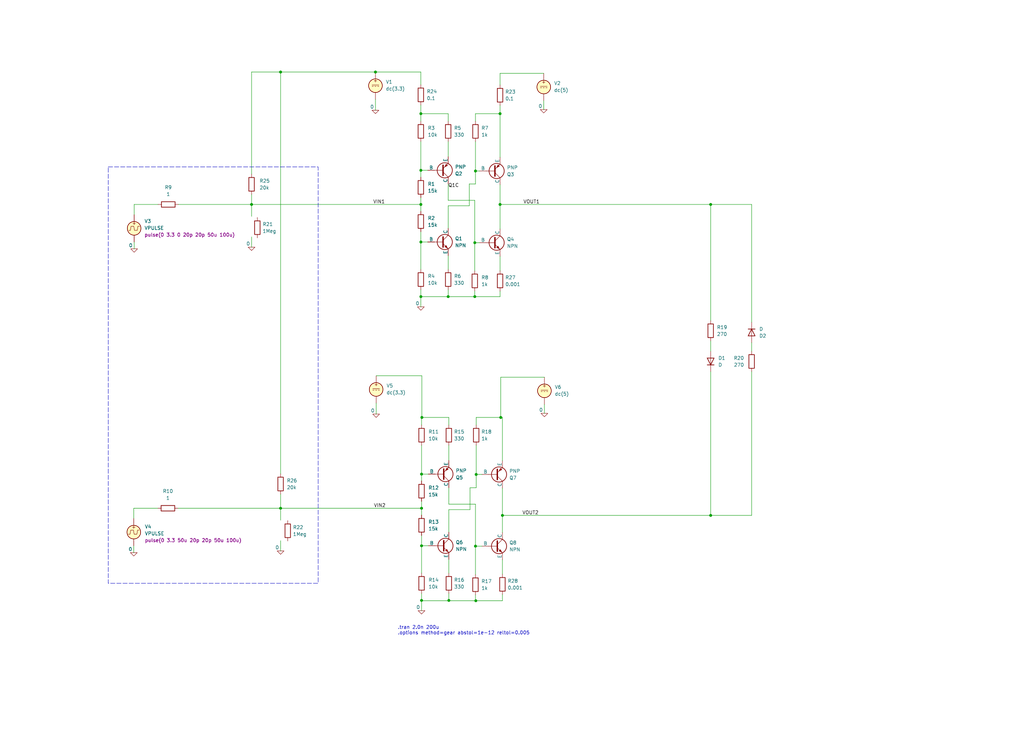
<source format=kicad_sch>
(kicad_sch (version 20230121) (generator eeschema)
  (paper "User" 381 279.4)
  (lib_symbols
    (symbol "Device:R" (pin_numbers hide) (pin_names (offset 0))
      (property "Reference" "R" (at 2.032 0 90))
      (property "Value" "R" (at 0 0 90))
      (symbol "R_0_1"
        (rectangle (start -1.016 -2.54) (end 1.016 2.54) (stroke (width 0.254)))
      )
      (symbol "R_1_1"
        (pin passive line (at 0 3.81 270) (length 1.27) (name "~") (number "1"))
        (pin passive line (at 0 -3.81 90) (length 1.27) (name "~") (number "2"))
      )
    )
    (symbol "Simulation_SPICE:0" (power) (pin_names (offset 0))
      (property "Value" "0" (at 0 -1.778 0))
      (symbol "0_0_1"
        (polyline (pts (xy -1.27 0) (xy 0 -1.27) (xy 1.27 0) (xy -1.27 0)))
      )
      (symbol "0_1_1"
        (pin power_in line (at 0 0 0) (length 0) hide (name "0") (number "1"))
      )
    )
    (symbol "Simulation_SPICE:D" (pin_numbers hide) (pin_names (offset 1.016) hide)
      (property "Reference" "D" (at 0 2.54 0))
      (property "Value" "D" (at 0 -2.54 0))
      (property "Sim.Device" "D" (at 0 0 0))
      (property "Sim.Pins" "1=K 2=A" (at 0 0 0))
      (symbol "D_0_1"
        (polyline (pts (xy -1.27 1.27) (xy -1.27 -1.27)) (stroke (width 0.254)))
        (polyline (pts (xy 1.27 0) (xy -1.27 0)))
        (polyline (pts (xy 1.27 1.27) (xy 1.27 -1.27) (xy -1.27 0) (xy 1.27 1.27)) (stroke (width 0.254)))
      )
      (symbol "D_1_1"
        (pin passive line (at -3.81 0 0) (length 2.54) (name "K") (number "1"))
        (pin passive line (at 3.81 0 180) (length 2.54) (name "A") (number "2"))
      )
    )
    (symbol "Simulation_SPICE:NPN" (pin_numbers hide) (pin_names (offset 0))
      (property "Reference" "Q" (at -2.54 7.62 0))
      (property "Value" "NPN" (at -2.54 5.08 0))
      (symbol "NPN_0_1"
        (polyline (pts (xy -2.54 0) (xy 0.635 0)) (stroke (width 0.1524)))
        (polyline (pts (xy 0.635 0.635) (xy 2.54 2.54)))
        (polyline (pts (xy 2.794 -1.27) (xy 2.794 -1.27)) (stroke (width 0.1524)))
        (polyline (pts (xy 2.794 -1.27) (xy 2.794 -1.27)) (stroke (width 0.1524)))
        (polyline (pts (xy 0.635 -0.635) (xy 2.54 -2.54) (xy 2.54 -2.54)))
        (polyline (pts (xy 0.635 1.905) (xy 0.635 -1.905) (xy 0.635 -1.905)) (stroke (width 0.508)))
        (polyline (pts (xy 1.27 -1.778) (xy 1.778 -1.27) (xy 2.286 -2.286) (xy 1.27 -1.778) (xy 1.27 -1.778)) (fill (type outline)))
        (circle (center 1.27 0) (radius 2.8194) (stroke (width 0.254)))
      )
      (symbol "NPN_1_1"
        (pin open_collector line (at 2.54 5.08 270) (length 2.54) (name "C") (number "1"))
        (pin input line (at -5.08 0 0) (length 2.54) (name "B") (number "2"))
        (pin open_emitter line (at 2.54 -5.08 90) (length 2.54) (name "E") (number "3"))
      )
    )
    (symbol "Simulation_SPICE:PNP" (pin_numbers hide) (pin_names (offset 0))
      (property "Reference" "Q" (at -2.54 7.62 0))
      (property "Value" "PNP" (at -2.54 5.08 0))
      (symbol "PNP_0_1"
        (polyline (pts (xy -2.54 0) (xy 0.635 0)) (stroke (width 0.1524)))
        (polyline (pts (xy 0.635 0.635) (xy 2.54 2.54)))
        (polyline (pts (xy 0.635 -0.635) (xy 2.54 -2.54) (xy 2.54 -2.54)))
        (polyline (pts (xy 0.635 1.905) (xy 0.635 -1.905) (xy 0.635 -1.905)) (stroke (width 0.508)))
        (polyline (pts (xy 2.286 -1.778) (xy 1.778 -2.286) (xy 1.27 -1.27) (xy 2.286 -1.778) (xy 2.286 -1.778)) (fill (type outline)))
        (circle (center 1.27 0) (radius 2.8194) (stroke (width 0.254)))
      )
      (symbol "PNP_1_1"
        (pin open_collector line (at 2.54 5.08 270) (length 2.54) (name "C") (number "1"))
        (pin input line (at -5.08 0 0) (length 2.54) (name "B") (number "2"))
        (pin open_emitter line (at 2.54 -5.08 90) (length 2.54) (name "E") (number "3"))
      )
    )
    (symbol "Simulation_SPICE:VDC" (pin_numbers hide) (pin_names (offset 0.0254))
      (property "Reference" "V" (at 2.54 2.54 0))
      (property "Value" "1" (at 2.54 0 0))
      (symbol "VDC_0_0"
        (polyline (pts (xy -1.27 0.254) (xy 1.27 0.254)))
        (polyline (pts (xy -0.762 -0.254) (xy -1.27 -0.254)))
        (polyline (pts (xy 0.254 -0.254) (xy -0.254 -0.254)))
        (polyline (pts (xy 1.27 -0.254) (xy 0.762 -0.254)))
        (text "+" (at 0 1.905 0) (effects (font (size 1.27 1.27))))
      )
      (symbol "VDC_0_1"
        (circle (center 0 0) (radius 2.54) (stroke (width 0.254)) (fill (type background)))
      )
      (symbol "VDC_1_1"
        (pin passive line (at 0 5.08 270) (length 2.54) (name "~") (number "1"))
        (pin passive line (at 0 -5.08 90) (length 2.54) (name "~") (number "2"))
      )
    )
    (symbol "Simulation_SPICE:VPULSE" (pin_numbers hide) (pin_names (offset 0.0254))
      (property "Reference" "V" (at 2.54 2.54 0))
      (property "Value" "VPULSE" (at 2.54 0 0))
      (property "Sim.Params" "y1=0 y2=1 td=2n tr=2n tf=2n tw=50n per=100n" (at 2.54 -2.54 0))
      (symbol "VPULSE_0_0"
        (polyline (pts (xy -2.032 -0.762) (xy -1.397 -0.762) (xy -1.143 0.762) (xy -0.127 0.762) (xy 0.127 -0.762) (xy 1.143 -0.762) (xy 1.397 0.762) (xy 2.032 0.762)))
        (text "+" (at 0 1.905 0) (effects (font (size 1.27 1.27))))
      )
      (symbol "VPULSE_0_1"
        (circle (center 0 0) (radius 2.54) (stroke (width 0.254)) (fill (type background)))
      )
      (symbol "VPULSE_1_1"
        (pin passive line (at 0 5.08 270) (length 2.54) (name "~") (number "1"))
        (pin passive line (at 0 -5.08 90) (length 2.54) (name "~") (number "2"))
      )
    )
  )
  (junction (at 156.845 223.393))
  (junction (at 93.599 76.073))
  (junction (at 264.414 191.77))
  (junction (at 176.657 110.363))
  (junction (at 156.591 63.373))
  (junction (at 186.055 76.073))
  (junction (at 156.845 176.403))
  (junction (at 156.591 76.073))
  (junction (at 156.845 189.103))
  (junction (at 139.7 26.797))
  (junction (at 264.414 76.073))
  (junction (at 104.394 189.103))
  (junction (at 166.751 110.363))
  (junction (at 167.005 223.393))
  (junction (at 156.591 110.363))
  (junction (at 186.309 155.321))
  (junction (at 176.911 63.627))
  (junction (at 176.911 203.2))
  (junction (at 104.394 26.797))
  (junction (at 177.038 223.52))
  (junction (at 156.591 90.043))
  (junction (at 176.657 90.297))
  (junction (at 156.591 42.291))
  (junction (at 186.055 42.291))
  (junction (at 156.972 155.321))
  (junction (at 156.845 203.073))
  (junction (at 177.165 176.53))
  (junction (at 186.944 191.77))
  (wire (pts (xy 186.055 39.243) (xy 186.055 42.291)))
  (wire (pts (xy 156.591 52.705) (xy 156.591 63.373)))
  (wire (pts (xy 93.599 26.797) (xy 104.394 26.797)))
  (wire (pts (xy 279.654 138.303) (xy 279.654 191.77)))
  (wire (pts (xy 156.972 139.827) (xy 156.972 155.321)))
  (wire (pts (xy 104.394 189.103) (xy 104.394 193.548)))
  (wire (pts (xy 186.055 108.331) (xy 186.055 110.363)))
  (wire (pts (xy 156.845 176.403) (xy 156.845 178.943)))
  (wire (pts (xy 186.944 191.77) (xy 264.414 191.77)))
  (wire (pts (xy 156.591 39.116) (xy 156.591 42.291)))
  (wire (pts (xy 49.784 189.103) (xy 49.784 192.913)))
  (wire (pts (xy 186.309 140.335) (xy 202.565 140.335)))
  (wire (pts (xy 156.591 86.233) (xy 156.591 90.043)))
  (wire (pts (xy 176.911 203.2) (xy 176.911 213.741)))
  (wire (pts (xy 166.751 45.085) (xy 166.751 42.291)))
  (wire (pts (xy 177.165 158.115) (xy 177.165 155.321)))
  (wire (pts (xy 156.845 220.853) (xy 156.845 223.393)))
  (wire (pts (xy 174.625 76.581) (xy 174.625 68.453)))
  (wire (pts (xy 186.944 155.321) (xy 186.944 171.45)))
  (wire (pts (xy 279.654 127.508) (xy 279.654 130.683)))
  (wire (pts (xy 49.911 90.043) (xy 49.911 92.583)))
  (wire (pts (xy 139.7 26.797) (xy 156.591 26.797)))
  (wire (pts (xy 156.845 203.073) (xy 156.845 213.233)))
  (wire (pts (xy 186.944 181.61) (xy 186.944 191.77)))
  (wire (pts (xy 156.845 176.403) (xy 159.385 176.403)))
  (wire (pts (xy 176.911 221.361) (xy 176.911 223.393)))
  (wire (pts (xy 186.944 208.28) (xy 186.944 213.614)))
  (wire (pts (xy 156.591 63.373) (xy 156.591 65.913)))
  (wire (pts (xy 176.657 74.549) (xy 176.657 90.297)))
  (wire (pts (xy 167.005 158.115) (xy 167.005 155.321)))
  (wire (pts (xy 156.845 203.073) (xy 159.385 203.073)))
  (wire (pts (xy 93.599 72.39) (xy 93.599 76.073)))
  (wire (pts (xy 66.294 189.103) (xy 104.394 189.103)))
  (wire (pts (xy 156.845 199.263) (xy 156.845 203.073)))
  (wire (pts (xy 139.954 149.987) (xy 139.954 154.051)))
  (wire (pts (xy 186.944 223.52) (xy 186.944 221.234)))
  (wire (pts (xy 93.599 76.073) (xy 93.599 80.518)))
  (wire (pts (xy 156.591 90.043) (xy 159.131 90.043)))
  (wire (pts (xy 167.132 223.52) (xy 167.132 223.393)))
  (wire (pts (xy 104.394 26.797) (xy 139.7 26.797)))
  (wire (pts (xy 176.911 52.705) (xy 176.911 63.627)))
  (wire (pts (xy 176.657 108.331) (xy 176.657 110.363)))
  (wire (pts (xy 166.751 110.363) (xy 166.751 107.823)))
  (wire (pts (xy 166.878 223.393) (xy 167.005 223.393)))
  (wire (pts (xy 166.751 76.581) (xy 166.751 84.963)))
  (wire (pts (xy 202.311 37.465) (xy 202.311 40.767)))
  (wire (pts (xy 156.845 155.321) (xy 156.845 158.115)))
  (wire (pts (xy 93.599 26.797) (xy 93.599 64.77)))
  (wire (pts (xy 167.005 189.611) (xy 167.005 197.993)))
  (wire (pts (xy 156.591 76.073) (xy 156.591 78.613)))
  (wire (pts (xy 176.911 203.2) (xy 179.324 203.2)))
  (wire (pts (xy 156.718 223.52) (xy 156.718 223.393)))
  (wire (pts (xy 156.591 90.043) (xy 156.591 100.203)))
  (wire (pts (xy 264.414 76.073) (xy 264.414 119.253)))
  (wire (pts (xy 156.591 110.363) (xy 156.591 114.173)))
  (wire (pts (xy 186.055 76.073) (xy 186.055 85.217)))
  (wire (pts (xy 156.718 223.393) (xy 156.845 223.393)))
  (wire (pts (xy 156.591 42.291) (xy 166.751 42.291)))
  (wire (pts (xy 167.005 189.611) (xy 174.879 189.611)))
  (wire (pts (xy 186.055 27.305) (xy 186.055 31.623)))
  (wire (pts (xy 156.591 63.373) (xy 159.131 63.373)))
  (wire (pts (xy 166.751 76.581) (xy 174.625 76.581)))
  (wire (pts (xy 104.394 26.797) (xy 104.394 176.276)))
  (wire (pts (xy 104.394 183.896) (xy 104.394 189.103)))
  (wire (pts (xy 104.394 201.168) (xy 104.394 204.978)))
  (wire (pts (xy 186.944 155.321) (xy 186.309 155.321)))
  (wire (pts (xy 176.911 63.627) (xy 178.435 63.627)))
  (wire (pts (xy 167.005 223.393) (xy 167.005 220.853)))
  (wire (pts (xy 166.878 223.52) (xy 166.878 223.393)))
  (wire (pts (xy 177.165 176.53) (xy 179.324 176.53)))
  (wire (pts (xy 166.751 68.453) (xy 166.751 74.549)))
  (wire (pts (xy 176.911 63.627) (xy 176.911 68.453)))
  (wire (pts (xy 156.591 26.797) (xy 156.591 31.496)))
  (wire (pts (xy 93.599 88.138) (xy 93.599 91.948)))
  (wire (pts (xy 49.911 79.883) (xy 49.911 76.073)))
  (wire (pts (xy 156.591 107.823) (xy 156.591 110.363)))
  (wire (pts (xy 174.625 68.453) (xy 176.911 68.453)))
  (wire (pts (xy 174.879 189.611) (xy 174.879 181.483)))
  (wire (pts (xy 156.845 189.103) (xy 156.845 191.643)))
  (wire (pts (xy 156.972 155.321) (xy 167.005 155.321)))
  (wire (pts (xy 167.005 187.579) (xy 176.911 187.579)))
  (wire (pts (xy 186.055 68.707) (xy 186.055 76.073)))
  (wire (pts (xy 166.751 52.705) (xy 166.751 58.293)))
  (wire (pts (xy 186.055 27.305) (xy 202.311 27.305)))
  (wire (pts (xy 166.751 95.123) (xy 166.751 100.203)))
  (wire (pts (xy 156.845 165.735) (xy 156.845 176.403)))
  (wire (pts (xy 156.591 42.291) (xy 156.591 45.085)))
  (wire (pts (xy 156.845 186.563) (xy 156.845 189.103)))
  (wire (pts (xy 176.657 110.363) (xy 186.055 110.363)))
  (wire (pts (xy 104.394 189.103) (xy 156.845 189.103)))
  (wire (pts (xy 156.718 223.52) (xy 166.878 223.52)))
  (wire (pts (xy 186.055 42.291) (xy 186.055 58.547)))
  (wire (pts (xy 176.911 187.579) (xy 176.911 203.2)))
  (wire (pts (xy 177.038 223.52) (xy 177.038 223.393)))
  (wire (pts (xy 186.055 76.073) (xy 264.414 76.073)))
  (wire (pts (xy 49.784 203.073) (xy 49.784 205.613)))
  (wire (pts (xy 186.944 191.77) (xy 186.944 198.12)))
  (wire (pts (xy 186.055 95.377) (xy 186.055 100.711)))
  (wire (pts (xy 177.038 223.393) (xy 176.911 223.393)))
  (wire (pts (xy 264.414 191.77) (xy 279.654 191.77)))
  (wire (pts (xy 166.751 74.549) (xy 176.657 74.549)))
  (wire (pts (xy 156.972 155.321) (xy 156.845 155.321)))
  (wire (pts (xy 176.657 110.363) (xy 166.751 110.363)))
  (wire (pts (xy 186.309 155.321) (xy 186.309 140.335)))
  (wire (pts (xy 176.657 90.297) (xy 176.657 100.711)))
  (wire (pts (xy 177.165 176.53) (xy 177.165 181.483)))
  (wire (pts (xy 174.879 181.483) (xy 177.165 181.483)))
  (wire (pts (xy 167.005 208.153) (xy 167.005 213.233)))
  (wire (pts (xy 202.565 150.495) (xy 202.565 153.797)))
  (wire (pts (xy 264.414 138.303) (xy 264.414 191.77)))
  (wire (pts (xy 66.421 76.073) (xy 93.599 76.073)))
  (wire (pts (xy 177.165 165.735) (xy 177.165 176.53)))
  (wire (pts (xy 177.165 155.321) (xy 186.309 155.321)))
  (wire (pts (xy 49.911 76.073) (xy 58.801 76.073)))
  (wire (pts (xy 156.591 73.533) (xy 156.591 76.073)))
  (wire (pts (xy 264.414 126.873) (xy 264.414 130.683)))
  (wire (pts (xy 176.911 45.085) (xy 176.911 42.291)))
  (wire (pts (xy 264.414 76.073) (xy 279.654 76.073)))
  (wire (pts (xy 167.132 223.393) (xy 167.005 223.393)))
  (wire (pts (xy 156.845 223.393) (xy 156.845 227.203)))
  (wire (pts (xy 176.911 42.291) (xy 186.055 42.291)))
  (wire (pts (xy 177.038 223.52) (xy 186.944 223.52)))
  (wire (pts (xy 186.563 191.77) (xy 186.944 191.77)))
  (wire (pts (xy 93.599 76.073) (xy 156.591 76.073)))
  (wire (pts (xy 156.591 110.363) (xy 166.751 110.363)))
  (wire (pts (xy 49.784 189.103) (xy 58.674 189.103)))
  (wire (pts (xy 139.954 139.827) (xy 156.972 139.827)))
  (wire (pts (xy 139.7 36.957) (xy 139.7 41.021)))
  (wire (pts (xy 279.654 119.888) (xy 279.654 76.073)))
  (wire (pts (xy 167.005 165.735) (xy 167.005 171.323)))
  (wire (pts (xy 167.005 181.483) (xy 167.005 187.579)))
  (wire (pts (xy 177.038 223.52) (xy 167.132 223.52)))
  (wire (pts (xy 176.657 90.297) (xy 178.435 90.297)))
  (rectangle (start 40.259 62.103) (end 118.364 217.043) (stroke (width 0) (type dash)))
  (text ".tran 2.0n 200u\n.options method=gear abstol=1e-12 reltol=0.005" (at 147.955 236.347 0) (effects (font (size 1.27 1.27)) (justify left bottom)))
  (label "VOUT1" (at 194.691 76.073 0))
  (label "VIN2" (at 139.065 189.103 0))
  (label "VIN1" (at 138.811 76.073 0))
  (label "Q1C" (at 166.751 69.977 0))
  (label "VOUT2" (at 194.31 191.77 0))
  (symbol (lib_id "Device:R") (at 62.611 76.073 90) (unit 1)
    (property "Reference" "R9" (at 62.611 69.723 90))
    (property "Value" "1" (at 62.611 72.263 90))
  )
  (symbol (lib_id "Device:R") (at 167.005 217.043 0) (unit 1)
    (property "Reference" "R16" (at 168.91 215.773 0) (effects (justify left)))
    (property "Value" "330" (at 168.91 218.313 0) (effects (justify left)))
  )
  (symbol (lib_id "Simulation_SPICE:0") (at 156.845 227.203 0) (unit 1)
    (property "Reference" "#GND07" (effects hide))
    (property "Value" "0" (at 155.575 225.933 0))
  )
  (symbol (lib_id "Device:R") (at 156.845 182.753 0) (unit 1)
    (property "Reference" "R12" (at 159.385 181.483 0) (effects (justify left)))
    (property "Value" "15k" (at 159.385 184.023 0) (effects (justify left)))
  )
  (symbol (lib_id "Simulation_SPICE:VDC") (at 139.7 31.877 0) (unit 1)
    (property "Reference" "V1" (at 143.51 30.4772 0) (effects (justify left)))
    (property "Value" "dc(3.3)" (at 143.51 33.0172 0) (effects (justify left)))
    (property "Sim.Pins" "1=+ 2=-" (effects hide))
    (property "Sim.Type" "DC" (effects hide))
    (property "Sim.Device" "V" (effects hide))
  )
  (symbol (lib_id "Simulation_SPICE:0") (at 202.311 40.767 0) (unit 1)
    (property "Reference" "#GND03" (effects hide))
    (property "Value" "0" (at 201.041 39.497 0))
  )
  (symbol (lib_id "Simulation_SPICE:0") (at 202.565 153.797 0) (unit 1)
    (property "Reference" "#GND08" (effects hide))
    (property "Value" "0" (at 201.295 152.527 0))
  )
  (symbol (lib_id "Device:R") (at 107.061 197.485 0) (unit 1)
    (property "Reference" "R22" (at 108.966 196.215 0) (effects (justify left)))
    (property "Value" "1Meg" (at 108.966 198.755 0) (effects (justify left)))
  )
  (symbol (lib_id "Simulation_SPICE:0") (at 104.394 204.978 0) (unit 1)
    (property "Reference" "#GND010" (effects hide))
    (property "Value" "0" (at 103.124 203.708 0))
  )
  (symbol (lib_id "Device:R") (at 186.055 104.521 0) (unit 1)
    (property "Reference" "R27" (at 187.96 103.251 0) (effects (justify left)))
    (property "Value" "0.001" (at 187.96 105.791 0) (effects (justify left)))
  )
  (symbol (lib_id "Simulation_SPICE:VPULSE") (at 49.784 197.993 0) (unit 1)
    (property "Reference" "V4" (at 53.848 195.9582 0) (effects (justify left)))
    (property "Value" "VPULSE" (at 53.848 198.4982 0) (effects (justify left)))
    (property "Sim.Pins" "1=+ 2=-" (effects hide))
    (property "Sim.Type" "PULSE" (effects hide))
    (property "Sim.Device" "V" (effects hide))
    (property "Sim.Params" "pulse(0 3.3 50u 20p 20p 50u 100u)" (at 53.848 201.0382 0) (effects (justify left)))
  )
  (symbol (lib_id "Simulation_SPICE:0") (at 49.911 92.583 0) (unit 1)
    (property "Reference" "#GND04" (effects hide))
    (property "Value" "0" (at 48.641 91.313 0))
  )
  (symbol (lib_id "Device:R") (at 176.911 217.551 0) (unit 1)
    (property "Reference" "R17" (at 179.07 216.281 0) (effects (justify left)))
    (property "Value" "1k" (at 179.07 218.821 0) (effects (justify left)))
  )
  (symbol (lib_id "Device:R") (at 186.944 217.424 0) (unit 1)
    (property "Reference" "R28" (at 188.849 216.154 0) (effects (justify left)))
    (property "Value" "0.001" (at 188.849 218.694 0) (effects (justify left)))
  )
  (symbol (lib_id "Simulation_SPICE:0") (at 139.954 154.051 0) (unit 1)
    (property "Reference" "#GND06" (effects hide))
    (property "Value" "0" (at 138.684 152.781 0))
  )
  (symbol (lib_id "Device:R") (at 186.055 35.433 0) (unit 1)
    (property "Reference" "R23" (at 187.96 34.163 0) (effects (justify left)))
    (property "Value" "0.1" (at 187.96 36.703 0) (effects (justify left)))
  )
  (symbol (lib_id "Simulation_SPICE:0") (at 156.591 114.173 0) (unit 1)
    (property "Reference" "#GND02" (effects hide))
    (property "Value" "0" (at 155.321 112.903 0))
  )
  (symbol (lib_id "Simulation_SPICE:NPN") (at 164.211 90.043 0) (unit 1)
    (property "Reference" "Q1" (at 169.291 88.773 0) (effects (justify left)))
    (property "Value" "NPN" (at 169.291 91.313 0) (effects (justify left)))
    (property "Sim.Device" "NPN" (effects hide))
    (property "Sim.Type" "GUMMELPOON" (effects hide))
    (property "Sim.Pins" "1=C 2=B 3=E" (effects hide))
  )
  (symbol (lib_id "Simulation_SPICE:VDC") (at 202.311 32.385 0) (unit 1)
    (property "Reference" "V2" (at 206.121 30.9852 0) (effects (justify left)))
    (property "Value" "dc(5)" (at 206.121 33.5252 0) (effects (justify left)))
    (property "Sim.Pins" "1=+ 2=-" (effects hide))
    (property "Sim.Type" "DC" (effects hide))
    (property "Sim.Device" "V" (effects hide))
  )
  (symbol (lib_id "Device:R") (at 176.657 104.521 0) (unit 1)
    (property "Reference" "R8" (at 179.07 103.251 0) (effects (justify left)))
    (property "Value" "1k" (at 179.07 105.791 0) (effects (justify left)))
  )
  (symbol (lib_id "Simulation_SPICE:VDC") (at 202.565 145.415 0) (unit 1)
    (property "Reference" "V6" (at 206.375 144.0152 0) (effects (justify left)))
    (property "Value" "dc(5)" (at 206.375 146.5552 0) (effects (justify left)))
    (property "Sim.Pins" "1=+ 2=-" (effects hide))
    (property "Sim.Type" "DC" (effects hide))
    (property "Sim.Device" "V" (effects hide))
  )
  (symbol (lib_id "Device:R") (at 264.414 123.063 0) (unit 1)
    (property "Reference" "R19" (at 266.7 121.793 0) (effects (justify left)))
    (property "Value" "270" (at 266.7 124.333 0) (effects (justify left)))
  )
  (symbol (lib_id "Device:R") (at 156.591 82.423 0) (unit 1)
    (property "Reference" "R2" (at 159.131 81.153 0) (effects (justify left)))
    (property "Value" "15k" (at 159.131 83.693 0) (effects (justify left)))
  )
  (symbol (lib_id "Simulation_SPICE:NPN") (at 164.465 203.073 0) (unit 1)
    (property "Reference" "Q6" (at 169.545 201.803 0) (effects (justify left)))
    (property "Value" "NPN" (at 169.545 204.343 0) (effects (justify left)))
    (property "Sim.Device" "NPN" (effects hide))
    (property "Sim.Type" "GUMMELPOON" (effects hide))
    (property "Sim.Pins" "1=C 2=B 3=E" (effects hide))
  )
  (symbol (lib_id "Device:R") (at 156.591 69.723 0) (unit 1)
    (property "Reference" "R1" (at 159.131 68.453 0) (effects (justify left)))
    (property "Value" "15k" (at 159.131 70.993 0) (effects (justify left)))
  )
  (symbol (lib_id "Simulation_SPICE:0") (at 93.599 91.948 0) (unit 1)
    (property "Reference" "#GND09" (effects hide))
    (property "Value" "0" (at 92.329 90.678 0))
  )
  (symbol (lib_id "Device:R") (at 104.394 180.086 0) (unit 1)
    (property "Reference" "R26" (at 106.68 178.816 0) (effects (justify left)))
    (property "Value" "20k" (at 106.68 181.356 0) (effects (justify left)))
  )
  (symbol (lib_id "Device:R") (at 167.005 161.925 0) (unit 1)
    (property "Reference" "R15" (at 168.91 160.655 0) (effects (justify left)))
    (property "Value" "330" (at 168.91 163.195 0) (effects (justify left)))
  )
  (symbol (lib_id "Device:R") (at 177.165 161.925 0) (unit 1)
    (property "Reference" "R18" (at 179.07 160.655 0) (effects (justify left)))
    (property "Value" "1k" (at 179.07 163.195 0) (effects (justify left)))
  )
  (symbol (lib_id "Device:R") (at 93.599 68.58 0) (unit 1)
    (property "Reference" "R25" (at 96.52 67.31 0) (effects (justify left)))
    (property "Value" "20k" (at 96.52 69.85 0) (effects (justify left)))
  )
  (symbol (lib_id "Device:R") (at 156.845 217.043 0) (unit 1)
    (property "Reference" "R14" (at 159.385 215.773 0) (effects (justify left)))
    (property "Value" "10k" (at 159.385 218.313 0) (effects (justify left)))
  )
  (symbol (lib_id "Simulation_SPICE:PNP") (at 164.211 63.373 0) (mirror x) (unit 1)
    (property "Reference" "Q2" (at 169.291 64.643 0) (effects (justify left)))
    (property "Value" "PNP" (at 169.291 62.103 0) (effects (justify left)))
    (property "Sim.Device" "PNP" (effects hide))
    (property "Sim.Type" "GUMMELPOON" (effects hide))
    (property "Sim.Pins" "1=C 2=B 3=E" (effects hide))
  )
  (symbol (lib_id "Simulation_SPICE:D") (at 279.654 123.698 90) (mirror x) (unit 1)
    (property "Reference" "D2" (at 282.448 124.968 90) (effects (justify right)))
    (property "Value" "D" (at 282.448 122.428 90) (effects (justify right)))
    (property "Sim.Device" "D" (effects hide))
    (property "Sim.Pins" "1=K 2=A" (effects hide))
    (property "Sim.Params" "is=1e-19 rs=2.5 n=2.1" (effects hide))
  )
  (symbol (lib_id "Device:R") (at 156.845 195.453 0) (unit 1)
    (property "Reference" "R13" (at 159.385 194.183 0) (effects (justify left)))
    (property "Value" "15k" (at 159.385 196.723 0) (effects (justify left)))
  )
  (symbol (lib_id "Device:R") (at 156.591 48.895 0) (unit 1)
    (property "Reference" "R3" (at 159.131 47.625 0) (effects (justify left)))
    (property "Value" "10k" (at 159.131 50.165 0) (effects (justify left)))
  )
  (symbol (lib_id "Device:R") (at 279.654 134.493 0) (mirror x) (unit 1)
    (property "Reference" "R20" (at 276.86 133.223 0) (effects (justify right)))
    (property "Value" "270" (at 276.86 135.763 0) (effects (justify right)))
  )
  (symbol (lib_id "Simulation_SPICE:VPULSE") (at 49.911 84.963 0) (unit 1)
    (property "Reference" "V3" (at 53.721 82.2932 0) (effects (justify left)))
    (property "Value" "VPULSE" (at 53.721 84.8332 0) (effects (justify left)))
    (property "Sim.Pins" "1=+ 2=-" (effects hide))
    (property "Sim.Type" "PULSE" (effects hide))
    (property "Sim.Device" "V" (effects hide))
    (property "Sim.Params" "pulse(0 3.3 0 20p 20p 50u 100u)" (at 53.721 87.3732 0) (effects (justify left)))
  )
  (symbol (lib_id "Simulation_SPICE:0") (at 49.784 205.613 0) (unit 1)
    (property "Reference" "#GND05" (effects hide))
    (property "Value" "0" (at 48.514 204.343 0))
  )
  (symbol (lib_id "Simulation_SPICE:PNP") (at 184.404 176.53 0) (mirror x) (unit 1)
    (property "Reference" "Q7" (at 189.484 177.8 0) (effects (justify left)))
    (property "Value" "PNP" (at 189.484 175.26 0) (effects (justify left)))
    (property "Sim.Device" "PNP" (effects hide))
    (property "Sim.Type" "GUMMELPOON" (effects hide))
    (property "Sim.Pins" "1=C 2=B 3=E" (effects hide))
  )
  (symbol (lib_id "Simulation_SPICE:NPN") (at 184.404 203.2 0) (unit 1)
    (property "Reference" "Q8" (at 189.484 201.93 0) (effects (justify left)))
    (property "Value" "NPN" (at 189.484 204.47 0) (effects (justify left)))
    (property "Sim.Device" "NPN" (effects hide))
    (property "Sim.Type" "GUMMELPOON" (effects hide))
    (property "Sim.Pins" "1=C 2=B 3=E" (effects hide))
  )
  (symbol (lib_id "Simulation_SPICE:NPN") (at 183.515 90.297 0) (unit 1)
    (property "Reference" "Q4" (at 188.595 89.027 0) (effects (justify left)))
    (property "Value" "NPN" (at 188.595 91.567 0) (effects (justify left)))
    (property "Sim.Device" "NPN" (effects hide))
    (property "Sim.Type" "GUMMELPOON" (effects hide))
    (property "Sim.Pins" "1=C 2=B 3=E" (effects hide))
  )
  (symbol (lib_id "Device:R") (at 62.484 189.103 90) (unit 1)
    (property "Reference" "R10" (at 62.484 182.753 90))
    (property "Value" "1" (at 62.484 185.293 90))
  )
  (symbol (lib_id "Device:R") (at 156.845 161.925 0) (unit 1)
    (property "Reference" "R11" (at 159.385 160.655 0) (effects (justify left)))
    (property "Value" "10k" (at 159.385 163.195 0) (effects (justify left)))
  )
  (symbol (lib_id "Simulation_SPICE:D") (at 264.414 134.493 90) (unit 1)
    (property "Reference" "D1" (at 267.208 133.223 90) (effects (justify right)))
    (property "Value" "D" (at 267.208 135.763 90) (effects (justify right)))
    (property "Sim.Device" "D" (effects hide))
    (property "Sim.Pins" "1=K 2=A" (effects hide))
    (property "Sim.Params" "is=1e-19 rs=2.5 n=2.1" (effects hide))
  )
  (symbol (lib_id "Device:R") (at 166.751 48.895 0) (unit 1)
    (property "Reference" "R5" (at 168.91 47.625 0) (effects (justify left)))
    (property "Value" "330" (at 168.91 50.165 0) (effects (justify left)))
  )
  (symbol (lib_id "Device:R") (at 95.758 84.709 0) (unit 1)
    (property "Reference" "R21" (at 97.663 83.439 0) (effects (justify left)))
    (property "Value" "1Meg" (at 97.663 85.979 0) (effects (justify left)))
  )
  (symbol (lib_id "Simulation_SPICE:PNP") (at 183.515 63.627 0) (mirror x) (unit 1)
    (property "Reference" "Q3" (at 188.595 64.897 0) (effects (justify left)))
    (property "Value" "PNP" (at 188.595 62.357 0) (effects (justify left)))
    (property "Sim.Device" "PNP" (effects hide))
    (property "Sim.Type" "GUMMELPOON" (effects hide))
    (property "Sim.Pins" "1=C 2=B 3=E" (effects hide))
  )
  (symbol (lib_id "Device:R") (at 156.591 35.306 0) (unit 1)
    (property "Reference" "R24" (at 158.75 34.036 0) (effects (justify left)))
    (property "Value" "0.1" (at 158.75 36.576 0) (effects (justify left)))
  )
  (symbol (lib_id "Simulation_SPICE:0") (at 139.7 41.021 0) (unit 1)
    (property "Reference" "#GND01" (effects hide))
    (property "Value" "0" (at 138.43 39.751 0))
  )
  (symbol (lib_id "Simulation_SPICE:PNP") (at 164.465 176.403 0) (mirror x) (unit 1)
    (property "Reference" "Q5" (at 169.545 177.673 0) (effects (justify left)))
    (property "Value" "PNP" (at 169.545 175.133 0) (effects (justify left)))
    (property "Sim.Device" "PNP" (effects hide))
    (property "Sim.Type" "GUMMELPOON" (effects hide))
    (property "Sim.Pins" "1=C 2=B 3=E" (effects hide))
  )
  (symbol (lib_id "Device:R") (at 176.911 48.895 0) (unit 1)
    (property "Reference" "R7" (at 179.07 47.625 0) (effects (justify left)))
    (property "Value" "1k" (at 179.07 50.165 0) (effects (justify left)))
  )
  (symbol (lib_id "Simulation_SPICE:VDC") (at 139.954 144.907 0) (unit 1)
    (property "Reference" "V5" (at 143.764 143.5072 0) (effects (justify left)))
    (property "Value" "dc(3.3)" (at 143.764 146.0472 0) (effects (justify left)))
    (property "Sim.Pins" "1=+ 2=-" (effects hide))
    (property "Sim.Type" "DC" (effects hide))
    (property "Sim.Device" "V" (effects hide))
  )
  (symbol (lib_id "Device:R") (at 166.751 104.013 0) (unit 1)
    (property "Reference" "R6" (at 168.91 102.743 0) (effects (justify left)))
    (property "Value" "330" (at 168.91 105.283 0) (effects (justify left)))
  )
  (symbol (lib_id "Device:R") (at 156.591 104.013 0) (unit 1)
    (property "Reference" "R4" (at 159.131 102.743 0) (effects (justify left)))
    (property "Value" "10k" (at 159.131 105.283 0) (effects (justify left)))
  )
)
</source>
